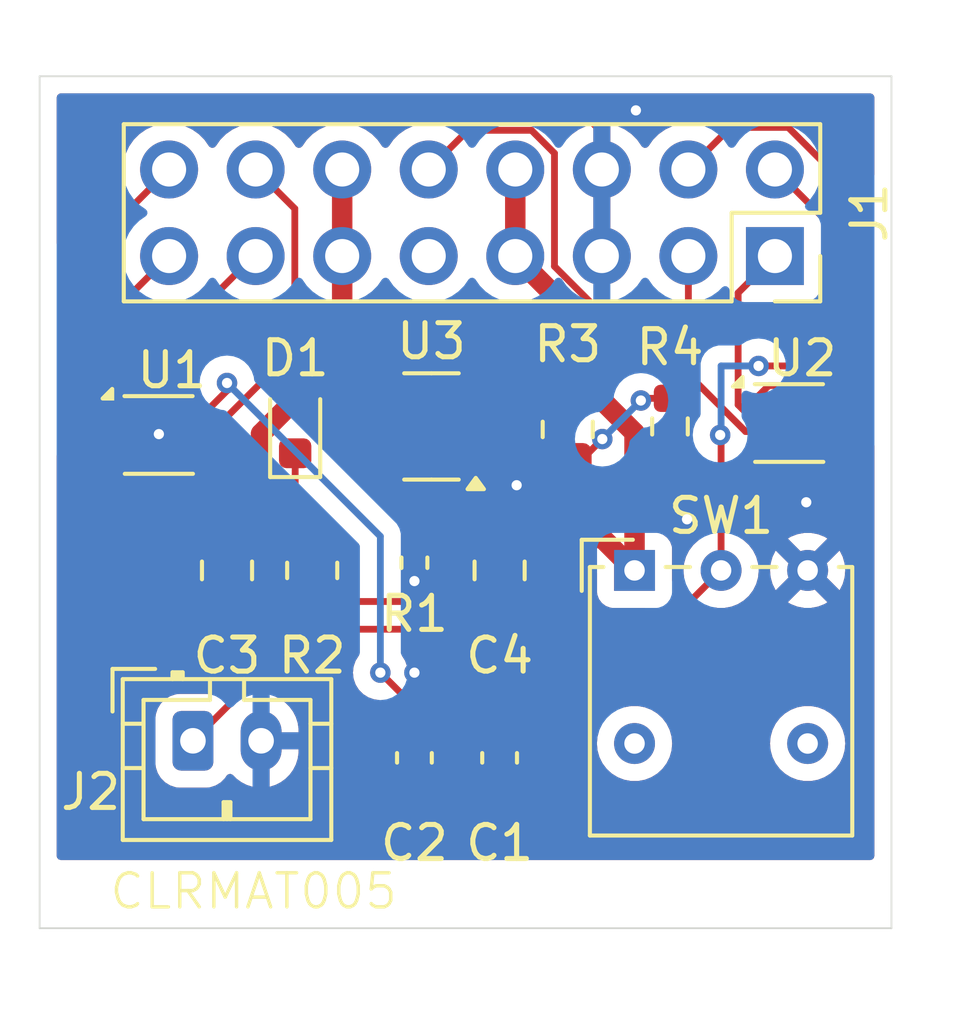
<source format=kicad_pcb>
(kicad_pcb (version 20240108) (generator "pcbnew") (generator_version "8.0")
  (layers (0 "F.Cu" signal) (31 "B.Cu" signal) (34 "B.Paste" user) (35 "F.Paste" user) (36 "B.SilkS" user "B.Silkscreen") (37 "F.SilkS" user "F.Silkscreen") (38 "B.Mask" user) (39 "F.Mask" user) (44 "Edge.Cuts" user))
  (net 0 "")
  (net 1 "GND")
  (net 2 "/BATT")
  (net 3 "+5V")
  (net 4 "/STAT_LIGHT")
  (net 5 "/PD7")
  (net 6 "/PC9")
  (net 7 "/Motor1_A")
  (net 8 "/PC8")
  (net 9 "/Motor1_B")
  (net 10 "/PC6")
  (net 11 "/PC7")
  (net 12 "/Motor2_B")
  (net 13 "/Motor2_A")
  (net 14 "/BATT_ADC")
  (net 15 "Net-(U3-PROG)")
  (net 16 "Net-(U3-STAT)")
  (net 17 "/BATT_IN")
  (footprint "Package_SON:WSON-8-1EP_2x2mm_P0.5mm_EP0.9x1.6mm" (layer "F.Cu") (at 154.5 93.675)
    (property "Reference" "U2" (at 0.38 -1.9 0) (layer "F.SilkS"))
    (property "Value" "RIGHT MOTOR")
    (fp_line (start -1.01 -1.14) (end 0.99 -1.14) (stroke (width 0.12)) (layer "F.SilkS"))
    (fp_line (start -1 1.14) (end 1 1.14) (stroke (width 0.12)) (layer "F.SilkS"))
    (fp_poly (pts (xy -1.37 -1.07) (xy -1.65 -1.07) (xy -1.37 -1.35) (xy -1.37 -1.07)) (stroke (width 0.12)) (fill solid) (layer "F.SilkS"))
    (pad "1" smd roundrect (at -0.95 -0.75) (size 0.5 0.25) (layers "F.Cu" "F.Paste" "F.Mask") (net 17 "/BATT_IN"))
    (pad "2" smd roundrect (at -0.95 -0.25) (size 0.5 0.25) (layers "F.Cu" "F.Paste" "F.Mask") (net 13 "/Motor2_A"))
    (pad "3" smd roundrect (at -0.95 0.25) (size 0.5 0.25) (layers "F.Cu" "F.Paste" "F.Mask") (net 12 "/Motor2_B"))
    (pad "4" smd roundrect (at -0.95 0.75) (size 0.5 0.25) (layers "F.Cu" "F.Paste" "F.Mask") (net 1 "GND"))
    (pad "5" smd roundrect (at 0.95 0.75) (size 0.5 0.25) (layers "F.Cu" "F.Paste" "F.Mask") (net 11 "/PC7"))
    (pad "6" smd roundrect (at 0.95 0.25) (size 0.5 0.25) (layers "F.Cu" "F.Paste" "F.Mask") (net 10 "/PC6"))
    (pad "7" smd roundrect (at 0.95 -0.25) (size 0.5 0.25) (layers "F.Cu" "F.Paste" "F.Mask") (net 17 "/BATT_IN"))
    (pad "8" smd roundrect (at 0.95 -0.75) (size 0.5 0.25) (layers "F.Cu" "F.Paste" "F.Mask") (net 17 "/BATT_IN"))
    (pad "9" smd rect (at 0 0) (size 0.9 1.6) (layers "F.Cu" "F.Mask") (net 1 "GND"))
  )
  (footprint "Button_Switch_THT:SW_Lever_1P2T_NKK_GW12LxH" (layer "F.Cu") (at 149.96 98)
    (property "Reference" "SW1" (at 2.54 -1.6 0) (layer "F.SilkS"))
    (property "Value" "SW_SPDT")
    (fp_line (start -1.55 -0.9) (end -0.05 -0.9) (stroke (width 0.12)) (layer "F.SilkS"))
    (fp_line (start -1.55 0.6) (end -1.55 -0.9) (stroke (width 0.12)) (layer "F.SilkS"))
    (fp_line (start -1.31 -0.1) (end -1.31 7.78) (stroke (width 0.12)) (layer "F.SilkS"))
    (fp_line (start -1.31 -0.1) (end -0.914 -0.1) (stroke (width 0.12)) (layer "F.SilkS"))
    (fp_line (start -1.31 7.78) (end 6.39 7.78) (stroke (width 0.12)) (layer "F.SilkS"))
    (fp_line (start 0.914 -0.1) (end 1.627 -0.1) (stroke (width 0.12)) (layer "F.SilkS"))
    (fp_line (start 3.454 -0.1) (end 4.167 -0.1) (stroke (width 0.12)) (layer "F.SilkS"))
    (fp_line (start 5.994 -0.1) (end 6.39 -0.1) (stroke (width 0.12)) (layer "F.SilkS"))
    (fp_line (start 6.39 -0.1) (end 6.39 7.78) (stroke (width 0.12)) (layer "F.SilkS"))
    (pad "" thru_hole circle (at 0 5.08) (size 1.2 1.2) (drill 0.6) (layers "*.Cu" "*.Mask"))
    (pad "" thru_hole circle (at 5.08 5.08) (size 1.2 1.2) (drill 0.6) (layers "*.Cu" "*.Mask"))
    (pad "1" thru_hole rect (at 0 0) (size 1.2 1.2) (drill 0.6) (layers "*.Cu" "*.Mask") (net 2 "/BATT"))
    (pad "2" thru_hole circle (at 2.54 0) (size 1.2 1.2) (drill 0.6) (layers "*.Cu" "*.Mask") (net 17 "/BATT_IN"))
    (pad "3" thru_hole circle (at 5.08 0) (size 1.2 1.2) (drill 0.6) (layers "*.Cu" "*.Mask") (net 1 "GND"))
  )
  (footprint "Capacitor_SMD:C_0603_1608Metric" (layer "F.Cu") (at 146 103.5 -90)
    (property "Reference" "C1" (at 2.5 0 180) (layer "F.SilkS"))
    (property "Value" "0.1uF")
    (fp_line (start -0.14058 0.51) (end 0.14058 0.51) (stroke (width 0.12)) (layer "F.SilkS"))
    (fp_line (start -0.14058 -0.51) (end 0.14058 -0.51) (stroke (width 0.12)) (layer "F.SilkS"))
    (pad "1" smd roundrect (at -0.775 0 270) (size 0.9 0.95) (layers "F.Cu" "F.Paste" "F.Mask") (net 17 "/BATT_IN"))
    (pad "2" smd roundrect (at 0.775 0 270) (size 0.9 0.95) (layers "F.Cu" "F.Paste" "F.Mask") (net 1 "GND"))
  )
  (footprint "Capacitor_SMD:C_0805_2012Metric" (layer "F.Cu") (at 138 98 -90)
    (property "Reference" "C3" (at 2.5 0 180) (layer "F.SilkS"))
    (property "Value" "4.7uF")
    (fp_line (start -0.261252 0.735) (end 0.261252 0.735) (stroke (width 0.12)) (layer "F.SilkS"))
    (fp_line (start -0.261252 -0.735) (end 0.261252 -0.735) (stroke (width 0.12)) (layer "F.SilkS"))
    (pad "1" smd roundrect (at -0.95 0 270) (size 1 1.45) (layers "F.Cu" "F.Paste" "F.Mask") (net 3 "+5V"))
    (pad "2" smd roundrect (at 0.95 0 270) (size 1 1.45) (layers "F.Cu" "F.Paste" "F.Mask") (net 1 "GND"))
  )
  (footprint "LED_SMD:LED_0603_1608Metric" (layer "F.Cu") (at 140 93.775 90)
    (property "Reference" "D1" (at 2 0 0) (layer "F.SilkS"))
    (property "Value" "LED")
    (fp_line (start 0.8 -0.735) (end -1.485 -0.735) (stroke (width 0.12)) (layer "F.SilkS"))
    (fp_line (start -1.485 -0.735) (end -1.485 0.735) (stroke (width 0.12)) (layer "F.SilkS"))
    (fp_line (start -1.485 0.735) (end 0.8 0.735) (stroke (width 0.12)) (layer "F.SilkS"))
    (pad "1" smd roundrect (at -0.7875 0 90) (size 0.875 0.95) (layers "F.Cu" "F.Paste" "F.Mask") (net 4 "/STAT_LIGHT"))
    (pad "2" smd roundrect (at 0.7875 0 90) (size 0.875 0.95) (layers "F.Cu" "F.Paste" "F.Mask") (net 3 "+5V"))
  )
  (footprint "Package_TO_SOT_SMD:SOT-23-5" (layer "F.Cu") (at 144 93.775 180)
    (property "Reference" "U3" (at 0 2.5 180) (layer "F.SilkS"))
    (property "Value" "MCP73831-2-OT")
    (fp_line (start 0 1.56) (end 0.8 1.56) (stroke (width 0.12)) (layer "F.SilkS"))
    (fp_line (start 0 1.56) (end -0.8 1.56) (stroke (width 0.12)) (layer "F.SilkS"))
    (fp_line (start 0 -1.56) (end 0.8 -1.56) (stroke (width 0.12)) (layer "F.SilkS"))
    (fp_line (start 0 -1.56) (end -0.8 -1.56) (stroke (width 0.12)) (layer "F.SilkS"))
    (fp_poly (pts (xy -1.3 -1.51) (xy -1.54 -1.84) (xy -1.06 -1.84) (xy -1.3 -1.51)) (stroke (width 0.12)) (fill solid) (layer "F.SilkS"))
    (pad "1" smd roundrect (at -1.1375 -0.95 180) (size 1.325 0.6) (layers "F.Cu" "F.Paste" "F.Mask") (net 16 "Net-(U3-STAT)"))
    (pad "2" smd roundrect (at -1.1375 0 180) (size 1.325 0.6) (layers "F.Cu" "F.Paste" "F.Mask") (net 1 "GND"))
    (pad "3" smd roundrect (at -1.1375 0.95 180) (size 1.325 0.6) (layers "F.Cu" "F.Paste" "F.Mask") (net 2 "/BATT"))
    (pad "4" smd roundrect (at 1.1375 0.95 180) (size 1.325 0.6) (layers "F.Cu" "F.Paste" "F.Mask") (net 3 "+5V"))
    (pad "5" smd roundrect (at 1.1375 -0.95 180) (size 1.325 0.6) (layers "F.Cu" "F.Paste" "F.Mask") (net 15 "Net-(U3-PROG)"))
  )
  (footprint "Resistor_SMD:R_0805_2012Metric" (layer "F.Cu") (at 140.5 98 90)
    (property "Reference" "R2" (at -2.5 0 0) (layer "F.SilkS"))
    (property "Value" "470")
    (fp_line (start -0.227064 -0.735) (end 0.227064 -0.735) (stroke (width 0.12)) (layer "F.SilkS"))
    (fp_line (start -0.227064 0.735) (end 0.227064 0.735) (stroke (width 0.12)) (layer "F.SilkS"))
    (pad "1" smd roundrect (at -0.9125 0 90) (size 1.025 1.4) (layers "F.Cu" "F.Paste" "F.Mask") (roundrect_rratio 0.243902) (net 16 "Net-(U3-STAT)"))
    (pad "2" smd roundrect (at 0.9125 0 90) (size 1.025 1.4) (layers "F.Cu" "F.Paste" "F.Mask") (roundrect_rratio 0.243902) (net 4 "/STAT_LIGHT"))
  )
  (footprint "Capacitor_SMD:C_0805_2012Metric" (layer "F.Cu") (at 146 98 -90)
    (property "Reference" "C4" (at 2.5 0 180) (layer "F.SilkS"))
    (property "Value" "4.7uF")
    (fp_line (start -0.261252 0.735) (end 0.261252 0.735) (stroke (width 0.12)) (layer "F.SilkS"))
    (fp_line (start -0.261252 -0.735) (end 0.261252 -0.735) (stroke (width 0.12)) (layer "F.SilkS"))
    (pad "1" smd roundrect (at -0.95 0 270) (size 1 1.45) (layers "F.Cu" "F.Paste" "F.Mask") (net 2 "/BATT"))
    (pad "2" smd roundrect (at 0.95 0 270) (size 1 1.45) (layers "F.Cu" "F.Paste" "F.Mask") (net 1 "GND"))
  )
  (footprint "Connector_PinSocket_2.54mm:PinSocket_2x08_P2.54mm_Vertical" (layer "F.Cu") (at 154.08 88.775 -90)
    (property "Reference" "J1" (at -1.27 -2.77 90) (layer "F.SilkS"))
    (property "Value" "Conn_01x16_Pin")
    (fp_line (start -3.87 19.11) (end 1.33 19.11) (stroke (width 0.12)) (layer "F.SilkS"))
    (fp_line (start -1.27 1.27) (end 1.33 1.27) (stroke (width 0.12)) (layer "F.SilkS"))
    (fp_line (start 1.33 1.27) (end 1.33 19.11) (stroke (width 0.12)) (layer "F.SilkS"))
    (fp_line (start -3.87 -1.33) (end -3.87 19.11) (stroke (width 0.12)) (layer "F.SilkS"))
    (fp_line (start -3.87 -1.33) (end -1.27 -1.33) (stroke (width 0.12)) (layer "F.SilkS"))
    (fp_line (start -1.27 -1.33) (end -1.27 1.27) (stroke (width 0.12)) (layer "F.SilkS"))
    (fp_line (start 0 -1.33) (end 1.33 -1.33) (stroke (width 0.12)) (layer "F.SilkS"))
    (fp_line (start 1.33 -1.33) (end 1.33 0) (stroke (width 0.12)) (layer "F.SilkS"))
    (pad "1" thru_hole rect (at 0 0 270) (size 1.7 1.7) (drill 1) (layers "*.Cu" "*.Mask") (net 13 "/Motor2_A"))
    (pad "2" thru_hole oval (at -2.54 0 270) (size 1.7 1.7) (drill 1) (layers "*.Cu" "*.Mask") (net 10 "/PC6"))
    (pad "3" thru_hole oval (at 0 2.54 270) (size 1.7 1.7) (drill 1) (layers "*.Cu" "*.Mask") (net 12 "/Motor2_B"))
    (pad "4" thru_hole oval (at -2.54 2.54 270) (size 1.7 1.7) (drill 1) (layers "*.Cu" "*.Mask") (net 11 "/PC7"))
    (pad "5" thru_hole oval (at 0 5.08 270) (size 1.7 1.7) (drill 1) (layers "*.Cu" "*.Mask") (net 1 "GND"))
    (pad "6" thru_hole oval (at -2.54 5.08 270) (size 1.7 1.7) (drill 1) (layers "*.Cu" "*.Mask") (net 1 "GND"))
    (pad "7" thru_hole oval (at 0 7.62 270) (size 1.7 1.7) (drill 1) (layers "*.Cu" "*.Mask") (net 2 "/BATT"))
    (pad "8" thru_hole oval (at -2.54 7.62 270) (size 1.7 1.7) (drill 1) (layers "*.Cu" "*.Mask") (net 2 "/BATT"))
    (pad "9" thru_hole oval (at 0 10.16 270) (size 1.7 1.7) (drill 1) (layers "*.Cu" "*.Mask") (net 5 "/PD7"))
    (pad "10" thru_hole oval (at -2.54 10.16 270) (size 1.7 1.7) (drill 1) (layers "*.Cu" "*.Mask") (net 14 "/BATT_ADC"))
    (pad "11" thru_hole oval (at 0 12.7 270) (size 1.7 1.7) (drill 1) (layers "*.Cu" "*.Mask") (net 3 "+5V"))
    (pad "12" thru_hole oval (at -2.54 12.7 270) (size 1.7 1.7) (drill 1) (layers "*.Cu" "*.Mask") (net 3 "+5V"))
    (pad "13" thru_hole oval (at 0 15.24 270) (size 1.7 1.7) (drill 1) (layers "*.Cu" "*.Mask") (net 7 "/Motor1_A"))
    (pad "14" thru_hole oval (at -2.54 15.24 270) (size 1.7 1.7) (drill 1) (layers "*.Cu" "*.Mask") (net 8 "/PC8"))
    (pad "15" thru_hole oval (at 0 17.78 270) (size 1.7 1.7) (drill 1) (layers "*.Cu" "*.Mask") (net 9 "/Motor1_B"))
    (pad "16" thru_hole oval (at -2.54 17.78 270) (size 1.7 1.7) (drill 1) (layers "*.Cu" "*.Mask") (net 6 "/PC9"))
  )
  (footprint "Resistor_SMD:R_0805_2012Metric" (layer "F.Cu") (at 148 93.8625 -90)
    (property "Reference" "R3" (at -2.5 0 180) (layer "F.SilkS"))
    (property "Value" "1.2k")
    (fp_line (start -0.227064 0.735) (end 0.227064 0.735) (stroke (width 0.12)) (layer "F.SilkS"))
    (fp_line (start -0.227064 -0.735) (end 0.227064 -0.735) (stroke (width 0.12)) (layer "F.SilkS"))
    (pad "1" smd roundrect (at -0.9125 0 270) (size 1.025 1.4) (layers "F.Cu" "F.Paste" "F.Mask") (roundrect_rratio 0.243902) (net 2 "/BATT"))
    (pad "2" smd roundrect (at 0.9125 0 270) (size 1.025 1.4) (layers "F.Cu" "F.Paste" "F.Mask") (roundrect_rratio 0.243902) (net 14 "/BATT_ADC"))
  )
  (footprint "Resistor_SMD:R_0402_1005Metric" (layer "F.Cu") (at 143.5 97.775 -90)
    (property "Reference" "R1" (at 1.5 0 180) (layer "F.SilkS"))
    (property "Value" "2k")
    (fp_line (start -0.153641 0.38) (end 0.153641 0.38) (stroke (width 0.12)) (layer "F.SilkS"))
    (fp_line (start -0.153641 -0.38) (end 0.153641 -0.38) (stroke (width 0.12)) (layer "F.SilkS"))
    (pad "1" smd roundrect (at -0.51 0 270) (size 0.54 0.64) (layers "F.Cu" "F.Paste" "F.Mask") (net 15 "Net-(U3-PROG)"))
    (pad "2" smd roundrect (at 0.51 0 270) (size 0.54 0.64) (layers "F.Cu" "F.Paste" "F.Mask") (net 1 "GND"))
  )
  (footprint "Package_SON:WSON-8-1EP_2x2mm_P0.5mm_EP0.9x1.6mm" (layer "F.Cu") (at 136 94.025)
    (property "Reference" "U1" (at 0.38 -1.9 0) (layer "F.SilkS"))
    (property "Value" "LEFT MOTOR")
    (fp_line (start -1.01 -1.14) (end 0.99 -1.14) (stroke (width 0.12)) (layer "F.SilkS"))
    (fp_line (start -1 1.14) (end 1 1.14) (stroke (width 0.12)) (layer "F.SilkS"))
    (fp_poly (pts (xy -1.37 -1.07) (xy -1.65 -1.07) (xy -1.37 -1.35) (xy -1.37 -1.07)) (stroke (width 0.12)) (fill solid) (layer "F.SilkS"))
    (pad "1" smd roundrect (at -0.95 -0.75) (size 0.5 0.25) (layers "F.Cu" "F.Paste" "F.Mask") (net 17 "/BATT_IN"))
    (pad "2" smd roundrect (at -0.95 -0.25) (size 0.5 0.25) (layers "F.Cu" "F.Paste" "F.Mask") (net 7 "/Motor1_A"))
    (pad "3" smd roundrect (at -0.95 0.25) (size 0.5 0.25) (layers "F.Cu" "F.Paste" "F.Mask") (net 9 "/Motor1_B"))
    (pad "4" smd roundrect (at -0.95 0.75) (size 0.5 0.25) (layers "F.Cu" "F.Paste" "F.Mask") (net 1 "GND"))
    (pad "5" smd roundrect (at 0.95 0.75) (size 0.5 0.25) (layers "F.Cu" "F.Paste" "F.Mask") (net 6 "/PC9"))
    (pad "6" smd roundrect (at 0.95 0.25) (size 0.5 0.25) (layers "F.Cu" "F.Paste" "F.Mask") (net 8 "/PC8"))
    (pad "7" smd roundrect (at 0.95 -0.25) (size 0.5 0.25) (layers "F.Cu" "F.Paste" "F.Mask") (net 17 "/BATT_IN"))
    (pad "8" smd roundrect (at 0.95 -0.75) (size 0.5 0.25) (layers "F.Cu" "F.Paste" "F.Mask") (net 17 "/BATT_IN"))
    (pad "9" smd rect (at 0 0) (size 0.9 1.6) (layers "F.Cu" "F.Mask") (net 1 "GND"))
  )
  (footprint "Resistor_SMD:R_0603_1608Metric" (layer "F.Cu") (at 151 93.775 -90)
    (property "Reference" "R4" (at -2.325 0 180) (layer "F.SilkS"))
    (property "Value" "3k")
    (fp_line (start -0.237258 0.5225) (end 0.237258 0.5225) (stroke (width 0.12)) (layer "F.SilkS"))
    (fp_line (start -0.237258 -0.5225) (end 0.237258 -0.5225) (stroke (width 0.12)) (layer "F.SilkS"))
    (pad "1" smd roundrect (at -0.825 0 270) (size 0.8 0.95) (layers "F.Cu" "F.Paste" "F.Mask") (net 14 "/BATT_ADC"))
    (pad "2" smd roundrect (at 0.825 0 270) (size 0.8 0.95) (layers "F.Cu" "F.Paste" "F.Mask") (net 1 "GND"))
  )
  (footprint "Capacitor_SMD:C_0603_1608Metric" (layer "F.Cu") (at 143.5 103.5 -90)
    (property "Reference" "C2" (at 2.5 0 180) (layer "F.SilkS"))
    (property "Value" "0.1uF")
    (fp_line (start -0.14058 0.51) (end 0.14058 0.51) (stroke (width 0.12)) (layer "F.SilkS"))
    (fp_line (start -0.14058 -0.51) (end 0.14058 -0.51) (stroke (width 0.12)) (layer "F.SilkS"))
    (pad "1" smd roundrect (at -0.775 0 270) (size 0.9 0.95) (layers "F.Cu" "F.Paste" "F.Mask") (net 17 "/BATT_IN"))
    (pad "2" smd roundrect (at 0.775 0 270) (size 0.9 0.95) (layers "F.Cu" "F.Paste" "F.Mask") (net 1 "GND"))
  )
  (footprint "Connector_JST:JST_PH_B2B-PH-K_1x02_P2.00mm_Vertical" (layer "F.Cu") (at 137 103)
    (property "Reference" "J2" (at -3 1.5 0) (layer "F.SilkS"))
    (property "Value" "Conn_01x02_Pin")
    (fp_line (start -2.36 -2.11) (end -2.36 -0.86) (stroke (width 0.12)) (layer "F.SilkS"))
    (fp_line (start -2.06 -1.81) (end -2.06 2.91) (stroke (width 0.12)) (layer "F.SilkS"))
    (fp_line (start -2.06 -0.5) (end -1.45 -0.5) (stroke (width 0.12)) (layer "F.SilkS"))
    (fp_line (start -2.06 0.8) (end -1.45 0.8) (stroke (width 0.12)) (layer "F.SilkS"))
    (fp_line (start -2.06 2.91) (end 4.06 2.91) (stroke (width 0.12)) (layer "F.SilkS"))
    (fp_line (start -1.45 -1.2) (end -1.45 2.3) (stroke (width 0.12)) (layer "F.SilkS"))
    (fp_line (start -1.45 2.3) (end 3.45 2.3) (stroke (width 0.12)) (layer "F.SilkS"))
    (fp_line (start -1.11 -2.11) (end -2.36 -2.11) (stroke (width 0.12)) (layer "F.SilkS"))
    (fp_line (start -0.6 -2.01) (end -0.6 -1.81) (stroke (width 0.12)) (layer "F.SilkS"))
    (fp_line (start -0.3 -2.01) (end -0.6 -2.01) (stroke (width 0.12)) (layer "F.SilkS"))
    (fp_line (start -0.3 -1.91) (end -0.6 -1.91) (stroke (width 0.12)) (layer "F.SilkS"))
    (fp_line (start -0.3 -1.81) (end -0.3 -2.01) (stroke (width 0.12)) (layer "F.SilkS"))
    (fp_line (start 0.5 -1.81) (end 0.5 -1.2) (stroke (width 0.12)) (layer "F.SilkS"))
    (fp_line (start 0.5 -1.2) (end -1.45 -1.2) (stroke (width 0.12)) (layer "F.SilkS"))
    (fp_line (start 0.9 1.8) (end 1.1 1.8) (stroke (width 0.12)) (layer "F.SilkS"))
    (fp_line (start 0.9 2.3) (end 0.9 1.8) (stroke (width 0.12)) (layer "F.SilkS"))
    (fp_line (start 1 2.3) (end 1 1.8) (stroke (width 0.12)) (layer "F.SilkS"))
    (fp_line (start 1.1 1.8) (end 1.1 2.3) (stroke (width 0.12)) (layer "F.SilkS"))
    (fp_line (start 1.5 -1.2) (end 1.5 -1.81) (stroke (width 0.12)) (layer "F.SilkS"))
    (fp_line (start 3.45 -1.2) (end 1.5 -1.2) (stroke (width 0.12)) (layer "F.SilkS"))
    (fp_line (start 3.45 2.3) (end 3.45 -1.2) (stroke (width 0.12)) (layer "F.SilkS"))
    (fp_line (start 4.06 -1.81) (end -2.06 -1.81) (stroke (width 0.12)) (layer "F.SilkS"))
    (fp_line (start 4.06 -0.5) (end 3.45 -0.5) (stroke (width 0.12)) (layer "F.SilkS"))
    (fp_line (start 4.06 0.8) (end 3.45 0.8) (stroke (width 0.12)) (layer "F.SilkS"))
    (fp_line (start 4.06 2.91) (end 4.06 -1.81) (stroke (width 0.12)) (layer "F.SilkS"))
    (pad "1" thru_hole roundrect (at 0 0) (size 1.2 1.75) (drill 0.75) (layers "*.Cu" "*.Mask") (roundrect_rratio 0.208333) (net 2 "/BATT"))
    (pad "2" thru_hole oval (at 2 0) (size 1.2 1.75) (drill 0.75) (layers "*.Cu" "*.Mask") (net 1 "GND"))
  )
  (gr_line (start 132.5 108.5) (end 157.5 108.5) (stroke (width 0.05)) (layer "Edge.Cuts"))
  (gr_line (start 132.5 83.5) (end 132.5 108.5) (stroke (width 0.05)) (layer "Edge.Cuts"))
  (gr_line (start 157.5 108.5) (end 157.5 83.5) (stroke (width 0.05)) (layer "Edge.Cuts"))
  (gr_line (start 157.5 83.5) (end 132.5 83.5) (stroke (width 0.05)) (layer "Edge.Cuts"))
  (gr_text "CLRMAT005" (at 134.5 108 0) (layer "F.SilkS") (effects (font (size 1 1) (thickness 0.1)) (justify left bottom)))
  (segment (start 149 85) (end 148.5 84.5) (width 0.4) (layer "F.Cu") (net 1))
  (segment (start 153.55 94.425) (end 153.55 95.45) (width 0.2) (layer "F.Cu") (net 1))
  (segment (start 149 88.775) (end 149 85) (width 0.4) (layer "F.Cu") (net 1))
  (segment (start 143.5 98.285) (end 143.5 98.3125) (width 0.4) (layer "F.Cu") (net 1))
  (segment (start 153.55 95.45) (end 153.5 95.5) (width 0.2) (layer "F.Cu") (net 1))
  (segment (start 136 94.089386) (end 135.314386 94.775) (width 0.2) (layer "F.Cu") (net 1))
  (segment (start 154.5 93.675) (end 154.5 95) (width 0.2) (layer "F.Cu") (net 1))
  (segment (start 151 94.6) (end 151 95.5) (width 0.2) (layer "F.Cu") (net 1))
  (segment (start 136 94.025) (end 136 94.089386) (width 0.2) (layer "F.Cu") (net 1))
  (segment (start 135.314386 94.775) (end 135.05 94.775) (width 0.2) (layer "F.Cu") (net 1))
  (via (at 146.5 95.5) (size 0.6) (drill 0.3) (layers "F.Cu" "B.Cu") (net 1))
  (via (at 155 96) (size 0.6) (drill 0.3) (layers "F.Cu" "B.Cu") (net 1))
  (via (at 150 84.5) (size 0.6) (drill 0.3) (layers "F.Cu" "B.Cu") (net 1))
  (via (at 143.5 101) (size 0.6) (drill 0.3) (layers "F.Cu" "B.Cu") (net 1))
  (via (at 151.5 96.5) (size 0.6) (drill 0.3) (layers "F.Cu" "B.Cu") (net 1))
  (via (at 136 94) (size 0.6) (drill 0.3) (layers "F.Cu" "B.Cu") (net 1))
  (via (at 143.5 98.3125) (size 0.6) (drill 0.3) (layers "F.Cu" "B.Cu") (net 1))
  (segment (start 143.5 98.3125) (end 143.5 101) (width 0.4) (layer "B.Cu") (net 1))
  (segment (start 146.46 86.235) (end 146.46 88.775) (width 0.6) (layer "F.Cu") (net 2))
  (segment (start 148 92.95) (end 148 90.315) (width 0.6) (layer "F.Cu") (net 2))
  (segment (start 137 103) (end 140.275 99.725) (width 0.2) (layer "F.Cu") (net 2))
  (segment (start 149.01 97.05) (end 149.96 98) (width 0.6) (layer "F.Cu") (net 2))
  (segment (start 140.275 99.725) (end 143.715256 99.725) (width 0.2) (layer "F.Cu") (net 2))
  (segment (start 145.1375 92.825) (end 147.875 92.825) (width 0.6) (layer "F.Cu") (net 2))
  (segment (start 148.95 92.95) (end 148 92.95) (width 0.6) (layer "F.Cu") (net 2))
  (segment (start 147.875 92.825) (end 148 92.95) (width 0.6) (layer "F.Cu") (net 2))
  (segment (start 146 97.440256) (end 146 97.05) (width 0.2) (layer "F.Cu") (net 2))
  (segment (start 143.715256 99.725) (end 146 97.440256) (width 0.2) (layer "F.Cu") (net 2))
  (segment (start 149.96 93.96) (end 148.95 92.95) (width 0.6) (layer "F.Cu") (net 2))
  (segment (start 148 90.315) (end 146.46 88.775) (width 0.6) (layer "F.Cu") (net 2))
  (segment (start 146 97.05) (end 149.01 97.05) (width 0.6) (layer "F.Cu") (net 2))
  (segment (start 149.96 98) (end 149.96 93.96) (width 0.6) (layer "F.Cu") (net 2))
  (segment (start 140 92.9875) (end 142.7 92.9875) (width 0.6) (layer "F.Cu") (net 3))
  (segment (start 138 97.05) (end 139 96.05) (width 0.6) (layer "F.Cu") (net 3))
  (segment (start 139 93.9875) (end 140 92.9875) (width 0.6) (layer "F.Cu") (net 3))
  (segment (start 141.38 86.235) (end 141.38 88.775) (width 0.6) (layer "F.Cu") (net 3))
  (segment (start 139 96.05) (end 139 93.9875) (width 0.6) (layer "F.Cu") (net 3))
  (segment (start 140.0125 92.9875) (end 141.5 91.5) (width 0.6) (layer "F.Cu") (net 3))
  (segment (start 141.5 91.5) (end 141.38 91.38) (width 0.6) (layer "F.Cu") (net 3))
  (segment (start 140 92.9875) (end 140.0125 92.9875) (width 0.6) (layer "F.Cu") (net 3))
  (segment (start 141.38 91.38) (end 141.38 88.775) (width 0.6) (layer "F.Cu") (net 3))
  (segment (start 142.7 92.9875) (end 142.8625 92.825) (width 0.6) (layer "F.Cu") (net 3))
  (segment (start 140 96.5875) (end 140.5 97.0875) (width 0.2) (layer "F.Cu") (net 4))
  (segment (start 140 94.5625) (end 140 96.5875) (width 0.2) (layer "F.Cu") (net 4))
  (segment (start 136.525 95.2) (end 134.710614 95.2) (width 0.2) (layer "F.Cu") (net 6))
  (segment (start 136.95 94.775) (end 136.525 95.2) (width 0.2) (layer "F.Cu") (net 6))
  (segment (start 133.7 94.189386) (end 133.7 88.835) (width 0.2) (layer "F.Cu") (net 6))
  (segment (start 134.710614 95.2) (end 133.7 94.189386) (width 0.2) (layer "F.Cu") (net 6))
  (segment (start 133.7 88.835) (end 136.3 86.235) (width 0.2) (layer "F.Cu") (net 6))
  (segment (start 134.5 93.489386) (end 134.5 93.060614) (width 0.2) (layer "F.Cu") (net 7))
  (segment (start 134.5 93.060614) (end 138.785614 88.775) (width 0.2) (layer "F.Cu") (net 7))
  (segment (start 138.785614 88.775) (end 138.84 88.775) (width 0.2) (layer "F.Cu") (net 7))
  (segment (start 135.05 93.775) (end 134.785614 93.775) (width 0.2) (layer "F.Cu") (net 7))
  (segment (start 134.785614 93.775) (end 134.5 93.489386) (width 0.2) (layer "F.Cu") (net 7))
  (segment (start 137.214386 94.275) (end 139.99 91.499386) (width 0.2) (layer "F.Cu") (net 8))
  (segment (start 136.95 94.275) (end 137.214386 94.275) (width 0.2) (layer "F.Cu") (net 8))
  (segment (start 139.99 91.499386) (end 139.99 87.385) (width 0.2) (layer "F.Cu") (net 8))
  (segment (start 139.99 87.385) (end 138.84 86.235) (width 0.2) (layer "F.Cu") (net 8))
  (segment (start 134.719928 94.275) (end 134.1 93.655071) (width 0.2) (layer "F.Cu") (net 9))
  (segment (start 134.1 93.655071) (end 134.1 90.975) (width 0.2) (layer "F.Cu") (net 9))
  (segment (start 134.1 90.975) (end 136.3 88.775) (width 0.2) (layer "F.Cu") (net 9))
  (segment (start 135.05 94.275) (end 134.719928 94.275) (width 0.2) (layer "F.Cu") (net 9))
  (segment (start 156 93.639386) (end 156 88.155) (width 0.2) (layer "F.Cu") (net 10))
  (segment (start 156 88.155) (end 154.08 86.235) (width 0.2) (layer "F.Cu") (net 10))
  (segment (start 155.714386 93.925) (end 156 93.639386) (width 0.2) (layer "F.Cu") (net 10))
  (segment (start 155.45 93.925) (end 155.714386 93.925) (width 0.2) (layer "F.Cu") (net 10))
  (segment (start 156.5 93.705072) (end 156.5 87.028654) (width 0.2) (layer "F.Cu") (net 11))
  (segment (start 155.45 94.425) (end 155.780072 94.425) (width 0.2) (layer "F.Cu") (net 11))
  (segment (start 155.780072 94.425) (end 156.5 93.705072) (width 0.2) (layer "F.Cu") (net 11))
  (segment (start 156.5 87.028654) (end 154.471346 85) (width 0.2) (layer "F.Cu") (net 11))
  (segment (start 152.775 85) (end 151.54 86.235) (width 0.2) (layer "F.Cu") (net 11))
  (segment (start 154.471346 85) (end 152.775 85) (width 0.2) (layer "F.Cu") (net 11))
  (segment (start 153.219928 93.925) (end 151.54 92.245072) (width 0.2) (layer "F.Cu") (net 12))
  (segment (start 153.55 93.925) (end 153.219928 93.925) (width 0.2) (layer "F.Cu") (net 12))
  (segment (start 151.54 92.245072) (end 151.54 88.775) (width 0.2) (layer "F.Cu") (net 12))
  (segment (start 153.55 93.425) (end 153.285614 93.425) (width 0.2) (layer "F.Cu") (net 13))
  (segment (start 153 93.139386) (end 153 89.855) (width 0.2) (layer "F.Cu") (net 13))
  (segment (start 153 89.855) (end 154.08 88.775) (width 0.2) (layer "F.Cu") (net 13))
  (segment (start 153.285614 93.425) (end 153 93.139386) (width 0.2) (layer "F.Cu") (net 13))
  (segment (start 147.61 85.758654) (end 147.61 89.076472) (width 0.2) (layer "F.Cu") (net 14))
  (segment (start 151 92.95) (end 150.21 92.95) (width 0.2) (layer "F.Cu") (net 14))
  (segment (start 145.07 85.085) (end 146.936346 85.085) (width 0.2) (layer "F.Cu") (net 14))
  (segment (start 146.936346 85.085) (end 147.61 85.758654) (width 0.2) (layer "F.Cu") (net 14))
  (segment (start 150.21 92.95) (end 150.145686 93.014314) (width 0.2) (layer "F.Cu") (net 14))
  (segment (start 143.92 86.235) (end 145.07 85.085) (width 0.2) (layer "F.Cu") (net 14))
  (segment (start 148.385 94.775) (end 149.014314 94.145686) (width 0.2) (layer "F.Cu") (net 14))
  (segment (start 147.61 89.076472) (end 151 92.466472) (width 0.2) (layer "F.Cu") (net 14))
  (segment (start 148 94.775) (end 148.385 94.775) (width 0.2) (layer "F.Cu") (net 14))
  (segment (start 151 92.466472) (end 151 92.95) (width 0.2) (layer "F.Cu") (net 14))
  (via (at 150.145686 93.014314) (size 0.6) (drill 0.3) (layers "F.Cu" "B.Cu") (net 14))
  (via (at 149.014314 94.145686) (size 0.6) (drill 0.3) (layers "F.Cu" "B.Cu") (net 14))
  (segment (start 150 93.16) (end 150 93) (width 0.2) (layer "B.Cu") (net 14))
  (segment (start 150.131372 93) (end 150.145686 93.014314) (width 0.2) (layer "B.Cu") (net 14))
  (segment (start 149.014314 94.145686) (end 150 93.16) (width 0.2) (layer "B.Cu") (net 14))
  (segment (start 150 93) (end 150.131372 93) (width 0.2) (layer "B.Cu") (net 14))
  (segment (start 143.5 95.3625) (end 143.5 97.265) (width 0.2) (layer "F.Cu") (net 15))
  (segment (start 142.8625 94.725) (end 143.5 95.3625) (width 0.2) (layer "F.Cu") (net 15))
  (segment (start 144.12 95.7425) (end 144.12 98.603924) (width 0.2) (layer "F.Cu") (net 16))
  (segment (start 143.811424 98.9125) (end 140.5 98.9125) (width 0.2) (layer "F.Cu") (net 16))
  (segment (start 144.12 98.603924) (end 143.811424 98.9125) (width 0.2) (layer "F.Cu") (net 16))
  (segment (start 145.1375 94.725) (end 144.12 95.7425) (width 0.2) (layer "F.Cu") (net 16))
  (segment (start 138 92.5) (end 138 92.725) (width 0.2) (layer "F.Cu") (net 17))
  (segment (start 136.75 92.925) (end 136.95 93.125) (width 0.2) (layer "F.Cu") (net 17))
  (segment (start 155.1 92.575) (end 155.45 92.925) (width 0.2) (layer "F.Cu") (net 17))
  (segment (start 146 102.725) (end 147.775 102.725) (width 0.2) (layer "F.Cu") (net 17))
  (segment (start 153.9 92.575) (end 155.1 92.575) (width 0.2) (layer "F.Cu") (net 17))
  (segment (start 143.5 102) (end 142.5 101) (width 0.2) (layer "F.Cu") (net 17))
  (segment (start 143.5 102.725) (end 146 102.725) (width 0.2) (layer "F.Cu") (net 17))
  (segment (start 147.775 102.725) (end 152.5 98) (width 0.2) (layer "F.Cu") (net 17))
  (segment (start 154.525 92) (end 153.6 92) (width 0.2) (layer "F.Cu") (net 17))
  (segment (start 136.95 93.775) (end 136.95 93.275) (width 0.2) (layer "F.Cu") (net 17))
  (segment (start 152.5 98) (end 152.5 94.053602) (width 0.2) (layer "F.Cu") (net 17))
  (segment (start 152.5 94.053602) (end 152.473199 94.026801) (width 0.2) (layer "F.Cu") (net 17))
  (segment (start 143.5 102.725) (end 143.5 102) (width 0.2) (layer "F.Cu") (net 17))
  (segment (start 153.55 92.925) (end 153.9 92.575) (width 0.2) (layer "F.Cu") (net 17))
  (segment (start 155.45 93.425) (end 155.45 92.925) (width 0.2) (layer "F.Cu") (net 17))
  (segment (start 135.05 93.275) (end 135.4 92.925) (width 0.2) (layer "F.Cu") (net 17))
  (segment (start 155.45 92.925) (end 154.525 92) (width 0.2) (layer "F.Cu") (net 17))
  (segment (start 135.4 92.925) (end 136.75 92.925) (width 0.2) (layer "F.Cu") (net 17))
  (segment (start 138 92.725) (end 136.95 93.775) (width 0.2) (layer "F.Cu") (net 17))
  (segment (start 136.95 93.125) (end 136.95 93.275) (width 0.2) (layer "F.Cu") (net 17))
  (via (at 142.5 101) (size 0.6) (drill 0.3) (layers "F.Cu" "B.Cu") (net 17))
  (via (at 138 92.5) (size 0.6) (drill 0.3) (layers "F.Cu" "B.Cu") (net 17))
  (via (at 152.473199 94.026801) (size 0.6) (drill 0.3) (layers "F.Cu" "B.Cu") (net 17))
  (via (at 153.6 92) (size 0.6) (drill 0.3) (layers "F.Cu" "B.Cu") (net 17))
  (segment (start 152.5 92) (end 152.5 94) (width 0.2) (layer "B.Cu") (net 17))
  (segment (start 153.6 92) (end 152.5 92) (width 0.2) (layer "B.Cu") (net 17))
  (segment (start 152.5 94) (end 152.473199 94.026801) (width 0.2) (layer "B.Cu") (net 17))
  (segment (start 142.5 101) (end 142.5 97) (width 0.2) (layer "B.Cu") (net 17))
  (segment (start 142.5 97) (end 138 92.5) (width 0.2) (layer "B.Cu") (net 17))
  (zone (net 1) (net_name "GND") (layer "F.Cu") (connect_pads (clearance 0.5)) (min_thickness 0.25) (fill yes (thermal_gap 0.5) (thermal_bridge_width 0.5))
    (polygon (pts (xy 133 106.5) (xy 133 84) (xy 157 84) (xy 157 106.5)))
  )
  (zone (net 1) (net_name "GND") (layer "B.Cu") (priority 1) (connect_pads (clearance 0.5)) (min_thickness 0.25) (fill yes (thermal_gap 0.5) (thermal_bridge_width 0.5))
    (polygon (pts (xy 133 106.5) (xy 133 84) (xy 157 84) (xy 157 106.5)))
  )
)
</source>
